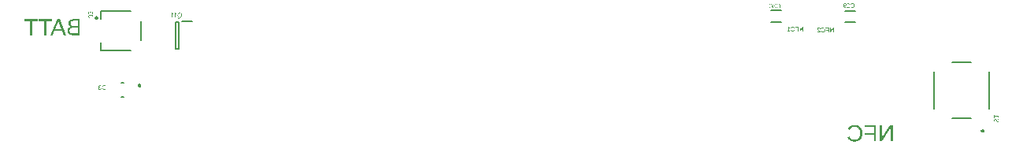
<source format=gbr>
G04 EAGLE Gerber RS-274X export*
G75*
%MOMM*%
%FSLAX34Y34*%
%LPD*%
%INSilkscreen Bottom*%
%IPPOS*%
%AMOC8*
5,1,8,0,0,1.08239X$1,22.5*%
G01*
G04 Define Apertures*
%ADD10C,0.127000*%
%ADD11C,0.200000*%
G36*
X253939Y154000D02*
X246922Y154000D01*
X246194Y154020D01*
X245507Y154080D01*
X244861Y154180D01*
X244256Y154321D01*
X243693Y154501D01*
X243170Y154721D01*
X242688Y154982D01*
X242248Y155282D01*
X241854Y155619D01*
X241512Y155987D01*
X241223Y156388D01*
X240987Y156820D01*
X240803Y157285D01*
X240731Y157529D01*
X240672Y157781D01*
X240626Y158042D01*
X240593Y158310D01*
X240573Y158586D01*
X240567Y158870D01*
X240584Y159294D01*
X240637Y159698D01*
X240724Y160084D01*
X240846Y160451D01*
X241003Y160800D01*
X241195Y161130D01*
X241422Y161442D01*
X241683Y161735D01*
X241841Y161880D01*
X241977Y162005D01*
X242300Y162247D01*
X242653Y162461D01*
X243036Y162647D01*
X243448Y162806D01*
X243889Y162937D01*
X244360Y163040D01*
X244861Y163115D01*
X244479Y163215D01*
X244120Y163336D01*
X243783Y163479D01*
X243468Y163643D01*
X243176Y163828D01*
X242905Y164035D01*
X242797Y164136D01*
X242657Y164264D01*
X242432Y164514D01*
X242230Y164782D01*
X242056Y165066D01*
X241908Y165365D01*
X241787Y165679D01*
X241694Y166009D01*
X241626Y166354D01*
X241586Y166714D01*
X241573Y167090D01*
X241579Y167348D01*
X241597Y167598D01*
X241668Y168073D01*
X241787Y168516D01*
X241953Y168926D01*
X242167Y169303D01*
X242428Y169647D01*
X242737Y169958D01*
X243094Y170237D01*
X243498Y170483D01*
X243950Y170696D01*
X244449Y170876D01*
X244996Y171023D01*
X245590Y171138D01*
X246232Y171220D01*
X246921Y171269D01*
X247658Y171286D01*
X253939Y171286D01*
X253939Y154000D01*
G37*
%LPC*%
G36*
X251596Y155877D02*
X251596Y162109D01*
X247228Y162109D01*
X246708Y162097D01*
X246222Y162061D01*
X245769Y162002D01*
X245350Y161918D01*
X244964Y161811D01*
X244612Y161680D01*
X244293Y161524D01*
X244008Y161346D01*
X243756Y161143D01*
X243538Y160916D01*
X243354Y160665D01*
X243203Y160391D01*
X243085Y160093D01*
X243002Y159770D01*
X242951Y159424D01*
X242935Y159054D01*
X242950Y158671D01*
X242996Y158312D01*
X243073Y157978D01*
X243180Y157668D01*
X243318Y157383D01*
X243487Y157122D01*
X243686Y156886D01*
X243916Y156674D01*
X244180Y156488D01*
X244480Y156326D01*
X244816Y156189D01*
X245189Y156076D01*
X245598Y155989D01*
X246044Y155927D01*
X246526Y155889D01*
X247044Y155877D01*
X251596Y155877D01*
G37*
G36*
X251596Y163937D02*
X251596Y169409D01*
X247658Y169409D01*
X247217Y169399D01*
X246804Y169371D01*
X246417Y169324D01*
X246057Y169258D01*
X245724Y169174D01*
X245417Y169071D01*
X245138Y168948D01*
X244885Y168808D01*
X244661Y168645D01*
X244467Y168457D01*
X244302Y168245D01*
X244167Y168007D01*
X244063Y167745D01*
X243988Y167457D01*
X243943Y167145D01*
X243928Y166808D01*
X243943Y166455D01*
X243986Y166125D01*
X244059Y165819D01*
X244160Y165537D01*
X244290Y165278D01*
X244449Y165042D01*
X244637Y164831D01*
X244854Y164643D01*
X245101Y164477D01*
X245377Y164334D01*
X245683Y164213D01*
X246018Y164113D01*
X246384Y164036D01*
X246779Y163981D01*
X247203Y163948D01*
X247658Y163937D01*
X251596Y163937D01*
G37*
%LPD*%
G36*
X224933Y154000D02*
X222541Y154000D01*
X229485Y171286D01*
X232147Y171286D01*
X239201Y154000D01*
X236772Y154000D01*
X234784Y159054D01*
X226908Y159054D01*
X224933Y154000D01*
G37*
%LPC*%
G36*
X234073Y160882D02*
X231865Y166563D01*
X231337Y168013D01*
X230957Y169176D01*
X230846Y169519D01*
X230515Y168501D01*
X230172Y167489D01*
X229828Y166587D01*
X227608Y160882D01*
X234073Y160882D01*
G37*
%LPD*%
G36*
X202529Y154000D02*
X200198Y154000D01*
X200198Y169372D01*
X194261Y169372D01*
X194261Y171286D01*
X208467Y171286D01*
X208467Y169372D01*
X202529Y169372D01*
X202529Y154000D01*
G37*
G36*
X217873Y154000D02*
X215542Y154000D01*
X215542Y169372D01*
X209604Y169372D01*
X209604Y171286D01*
X223811Y171286D01*
X223811Y169372D01*
X217873Y169372D01*
X217873Y154000D01*
G37*
G36*
X1116726Y40000D02*
X1113904Y40000D01*
X1113904Y57286D01*
X1116014Y57286D01*
X1116014Y45950D01*
X1116005Y45327D01*
X1115978Y44539D01*
X1115867Y42466D01*
X1125215Y57286D01*
X1127939Y57286D01*
X1127939Y40000D01*
X1125853Y40000D01*
X1125853Y51483D01*
X1125915Y53532D01*
X1125976Y54722D01*
X1116726Y40000D01*
G37*
G36*
X1086827Y39755D02*
X1086199Y39773D01*
X1085590Y39828D01*
X1085001Y39919D01*
X1084430Y40046D01*
X1083880Y40210D01*
X1083348Y40410D01*
X1082836Y40647D01*
X1082343Y40920D01*
X1081874Y41228D01*
X1081431Y41570D01*
X1081016Y41944D01*
X1080627Y42352D01*
X1080266Y42794D01*
X1079931Y43269D01*
X1079624Y43777D01*
X1079344Y44318D01*
X1081258Y45275D01*
X1081493Y44840D01*
X1081743Y44433D01*
X1082006Y44054D01*
X1082284Y43703D01*
X1082576Y43380D01*
X1082882Y43085D01*
X1083202Y42818D01*
X1083536Y42579D01*
X1083885Y42369D01*
X1084247Y42186D01*
X1084623Y42032D01*
X1085014Y41905D01*
X1085418Y41807D01*
X1085837Y41737D01*
X1086270Y41695D01*
X1086717Y41681D01*
X1087066Y41688D01*
X1087407Y41711D01*
X1087738Y41749D01*
X1088061Y41801D01*
X1088374Y41869D01*
X1088678Y41952D01*
X1088972Y42051D01*
X1089258Y42164D01*
X1089534Y42292D01*
X1089802Y42435D01*
X1090060Y42594D01*
X1090309Y42768D01*
X1090549Y42956D01*
X1090779Y43160D01*
X1091001Y43379D01*
X1091213Y43613D01*
X1091603Y44115D01*
X1091778Y44381D01*
X1091940Y44657D01*
X1092090Y44942D01*
X1092226Y45237D01*
X1092349Y45542D01*
X1092460Y45856D01*
X1092557Y46181D01*
X1092642Y46515D01*
X1092713Y46858D01*
X1092772Y47212D01*
X1092817Y47575D01*
X1092849Y47948D01*
X1092869Y48330D01*
X1092875Y48723D01*
X1092869Y49119D01*
X1092850Y49505D01*
X1092819Y49880D01*
X1092776Y50244D01*
X1092720Y50598D01*
X1092651Y50941D01*
X1092570Y51273D01*
X1092477Y51595D01*
X1092371Y51906D01*
X1092252Y52206D01*
X1092122Y52496D01*
X1091978Y52775D01*
X1091823Y53043D01*
X1091654Y53300D01*
X1091281Y53783D01*
X1091076Y54007D01*
X1090862Y54216D01*
X1090638Y54411D01*
X1090403Y54591D01*
X1090159Y54757D01*
X1089905Y54908D01*
X1089641Y55045D01*
X1089367Y55168D01*
X1089083Y55276D01*
X1088789Y55370D01*
X1088485Y55449D01*
X1088171Y55514D01*
X1087847Y55565D01*
X1087513Y55601D01*
X1087169Y55622D01*
X1086815Y55630D01*
X1086366Y55617D01*
X1085932Y55580D01*
X1085514Y55517D01*
X1085111Y55430D01*
X1084724Y55318D01*
X1084353Y55181D01*
X1083996Y55019D01*
X1083656Y54832D01*
X1083335Y54622D01*
X1083036Y54389D01*
X1082760Y54134D01*
X1082507Y53857D01*
X1082277Y53557D01*
X1082070Y53236D01*
X1081885Y52892D01*
X1081724Y52526D01*
X1079503Y53262D01*
X1079736Y53776D01*
X1080000Y54258D01*
X1080294Y54707D01*
X1080620Y55123D01*
X1080975Y55507D01*
X1081362Y55859D01*
X1081779Y56178D01*
X1082227Y56464D01*
X1082704Y56717D01*
X1083210Y56936D01*
X1083744Y57122D01*
X1084306Y57273D01*
X1084897Y57392D01*
X1085516Y57476D01*
X1086164Y57526D01*
X1086840Y57543D01*
X1087327Y57534D01*
X1087800Y57507D01*
X1088260Y57461D01*
X1088707Y57397D01*
X1089141Y57315D01*
X1089561Y57214D01*
X1089967Y57095D01*
X1090360Y56958D01*
X1090740Y56802D01*
X1091106Y56628D01*
X1091459Y56436D01*
X1091799Y56225D01*
X1092125Y55996D01*
X1092438Y55749D01*
X1092737Y55484D01*
X1093023Y55200D01*
X1093293Y54900D01*
X1093546Y54586D01*
X1093781Y54258D01*
X1093999Y53917D01*
X1094200Y53561D01*
X1094383Y53191D01*
X1094549Y52807D01*
X1094697Y52409D01*
X1094828Y51997D01*
X1094941Y51571D01*
X1095037Y51132D01*
X1095116Y50678D01*
X1095177Y50210D01*
X1095221Y49728D01*
X1095247Y49232D01*
X1095255Y48723D01*
X1095240Y48044D01*
X1095193Y47389D01*
X1095115Y46757D01*
X1095005Y46148D01*
X1094865Y45562D01*
X1094693Y45000D01*
X1094490Y44460D01*
X1094256Y43944D01*
X1093991Y43454D01*
X1093699Y42993D01*
X1093378Y42562D01*
X1093029Y42159D01*
X1092651Y41786D01*
X1092245Y41441D01*
X1091811Y41126D01*
X1091348Y40840D01*
X1090860Y40586D01*
X1090350Y40365D01*
X1089818Y40179D01*
X1089264Y40026D01*
X1088688Y39907D01*
X1088090Y39823D01*
X1087469Y39772D01*
X1086827Y39755D01*
G37*
G36*
X1109814Y40000D02*
X1107471Y40000D01*
X1107471Y47005D01*
X1097828Y47005D01*
X1097828Y48943D01*
X1107471Y48943D01*
X1107471Y55372D01*
X1097534Y55372D01*
X1097534Y57286D01*
X1109814Y57286D01*
X1109814Y40000D01*
G37*
G36*
X1076465Y183331D02*
X1076260Y183342D01*
X1076067Y183373D01*
X1075886Y183426D01*
X1075718Y183499D01*
X1075561Y183594D01*
X1075416Y183709D01*
X1075284Y183846D01*
X1075164Y184003D01*
X1075057Y184181D01*
X1074964Y184376D01*
X1074885Y184589D01*
X1074821Y184821D01*
X1074771Y185070D01*
X1074735Y185338D01*
X1074714Y185624D01*
X1074707Y185928D01*
X1074713Y186219D01*
X1074733Y186492D01*
X1074765Y186746D01*
X1074811Y186980D01*
X1074870Y187196D01*
X1074941Y187394D01*
X1075026Y187572D01*
X1075124Y187731D01*
X1075234Y187872D01*
X1075357Y187994D01*
X1075492Y188097D01*
X1075640Y188181D01*
X1075799Y188247D01*
X1075971Y188294D01*
X1076155Y188322D01*
X1076352Y188331D01*
X1076537Y188325D01*
X1076712Y188304D01*
X1076876Y188270D01*
X1077030Y188222D01*
X1077174Y188161D01*
X1077307Y188086D01*
X1077429Y187997D01*
X1077541Y187895D01*
X1077642Y187781D01*
X1077728Y187657D01*
X1077802Y187522D01*
X1077862Y187377D01*
X1077909Y187223D01*
X1077942Y187057D01*
X1077962Y186882D01*
X1077969Y186697D01*
X1077963Y186516D01*
X1077944Y186344D01*
X1077871Y186029D01*
X1077748Y185749D01*
X1077576Y185507D01*
X1077363Y185311D01*
X1077244Y185234D01*
X1077117Y185171D01*
X1076982Y185122D01*
X1076839Y185087D01*
X1076687Y185066D01*
X1076528Y185059D01*
X1076332Y185070D01*
X1076144Y185106D01*
X1075964Y185164D01*
X1075793Y185247D01*
X1075638Y185348D01*
X1075508Y185465D01*
X1075402Y185597D01*
X1075321Y185745D01*
X1075345Y185311D01*
X1075404Y184930D01*
X1075498Y184602D01*
X1075627Y184328D01*
X1075789Y184110D01*
X1075881Y184025D01*
X1075981Y183955D01*
X1076088Y183901D01*
X1076203Y183862D01*
X1076325Y183839D01*
X1076455Y183831D01*
X1076607Y183841D01*
X1076744Y183869D01*
X1076868Y183916D01*
X1076978Y183983D01*
X1077073Y184068D01*
X1077155Y184172D01*
X1077222Y184296D01*
X1077276Y184438D01*
X1077869Y184345D01*
X1077783Y184096D01*
X1077672Y183884D01*
X1077537Y183709D01*
X1077378Y183571D01*
X1077192Y183466D01*
X1076978Y183391D01*
X1076736Y183346D01*
X1076465Y183331D01*
G37*
%LPC*%
G36*
X1076379Y185548D02*
X1076589Y185568D01*
X1076775Y185626D01*
X1076939Y185722D01*
X1077079Y185857D01*
X1077192Y186025D01*
X1077273Y186221D01*
X1077322Y186445D01*
X1077338Y186697D01*
X1077322Y186944D01*
X1077273Y187164D01*
X1077192Y187357D01*
X1077079Y187523D01*
X1076938Y187656D01*
X1076773Y187752D01*
X1076585Y187809D01*
X1076372Y187828D01*
X1076158Y187806D01*
X1075966Y187739D01*
X1075798Y187627D01*
X1075652Y187471D01*
X1075534Y187278D01*
X1075450Y187057D01*
X1075399Y186807D01*
X1075383Y186528D01*
X1075391Y186389D01*
X1075416Y186257D01*
X1075457Y186133D01*
X1075515Y186017D01*
X1075588Y185912D01*
X1075673Y185819D01*
X1075770Y185738D01*
X1075879Y185671D01*
X1075997Y185617D01*
X1076120Y185579D01*
X1076247Y185556D01*
X1076379Y185548D01*
G37*
%LPD*%
G36*
X1084572Y183331D02*
X1084225Y183352D01*
X1083899Y183413D01*
X1083594Y183515D01*
X1083312Y183659D01*
X1083055Y183841D01*
X1082829Y184061D01*
X1082634Y184319D01*
X1082469Y184614D01*
X1083007Y184883D01*
X1083143Y184646D01*
X1083295Y184441D01*
X1083463Y184267D01*
X1083647Y184125D01*
X1083847Y184015D01*
X1084063Y183936D01*
X1084294Y183888D01*
X1084541Y183872D01*
X1084735Y183881D01*
X1084919Y183906D01*
X1085092Y183949D01*
X1085256Y184008D01*
X1085408Y184085D01*
X1085551Y184178D01*
X1085683Y184288D01*
X1085805Y184416D01*
X1085915Y184557D01*
X1086010Y184709D01*
X1086090Y184872D01*
X1086156Y185046D01*
X1086207Y185231D01*
X1086243Y185427D01*
X1086265Y185634D01*
X1086272Y185852D01*
X1086265Y186072D01*
X1086244Y186280D01*
X1086209Y186475D01*
X1086160Y186659D01*
X1086097Y186831D01*
X1086020Y186991D01*
X1085929Y187139D01*
X1085824Y187274D01*
X1085706Y187396D01*
X1085578Y187501D01*
X1085437Y187591D01*
X1085286Y187664D01*
X1085124Y187720D01*
X1084950Y187761D01*
X1084765Y187785D01*
X1084569Y187793D01*
X1084321Y187779D01*
X1084090Y187737D01*
X1083877Y187667D01*
X1083681Y187569D01*
X1083507Y187445D01*
X1083358Y187295D01*
X1083235Y187120D01*
X1083138Y186921D01*
X1082514Y187128D01*
X1082653Y187408D01*
X1082827Y187651D01*
X1083036Y187858D01*
X1083279Y188028D01*
X1083555Y188161D01*
X1083864Y188255D01*
X1084204Y188312D01*
X1084576Y188331D01*
X1084846Y188321D01*
X1085101Y188290D01*
X1085341Y188239D01*
X1085565Y188167D01*
X1085775Y188074D01*
X1085970Y187961D01*
X1086149Y187827D01*
X1086314Y187673D01*
X1086461Y187500D01*
X1086588Y187312D01*
X1086696Y187108D01*
X1086784Y186888D01*
X1086853Y186653D01*
X1086902Y186401D01*
X1086932Y186135D01*
X1086941Y185852D01*
X1086924Y185477D01*
X1086871Y185128D01*
X1086783Y184805D01*
X1086660Y184509D01*
X1086504Y184241D01*
X1086315Y184007D01*
X1086095Y183805D01*
X1085843Y183636D01*
X1085563Y183503D01*
X1085257Y183407D01*
X1084927Y183350D01*
X1084572Y183331D01*
G37*
G36*
X1081851Y183400D02*
X1078634Y183400D01*
X1078634Y183928D01*
X1081168Y183928D01*
X1081032Y184174D01*
X1080830Y184429D01*
X1080555Y184706D01*
X1080199Y185014D01*
X1079595Y185523D01*
X1079223Y185879D01*
X1079000Y186159D01*
X1078839Y186438D01*
X1078782Y186578D01*
X1078742Y186718D01*
X1078718Y186859D01*
X1078710Y187000D01*
X1078716Y187155D01*
X1078734Y187301D01*
X1078808Y187565D01*
X1078932Y187793D01*
X1079104Y187985D01*
X1079323Y188136D01*
X1079584Y188245D01*
X1079888Y188310D01*
X1080234Y188331D01*
X1080553Y188310D01*
X1080842Y188245D01*
X1081101Y188137D01*
X1081329Y187986D01*
X1081519Y187799D01*
X1081665Y187582D01*
X1081767Y187335D01*
X1081823Y187059D01*
X1081189Y187000D01*
X1081153Y187184D01*
X1081091Y187346D01*
X1081002Y187487D01*
X1080887Y187605D01*
X1080750Y187700D01*
X1080595Y187767D01*
X1080423Y187807D01*
X1080234Y187821D01*
X1080037Y187807D01*
X1079862Y187766D01*
X1079711Y187697D01*
X1079582Y187600D01*
X1079479Y187479D01*
X1079406Y187335D01*
X1079362Y187168D01*
X1079347Y186980D01*
X1079356Y186835D01*
X1079382Y186698D01*
X1079424Y186570D01*
X1079484Y186448D01*
X1079641Y186219D01*
X1079841Y186000D01*
X1080075Y185786D01*
X1080335Y185573D01*
X1080889Y185109D01*
X1081162Y184844D01*
X1081422Y184550D01*
X1081656Y184218D01*
X1081851Y183838D01*
X1081851Y183400D01*
G37*
G36*
X996645Y182931D02*
X996442Y182941D01*
X996251Y182971D01*
X996074Y183021D01*
X995909Y183091D01*
X995757Y183182D01*
X995618Y183292D01*
X995491Y183422D01*
X995377Y183572D01*
X995277Y183742D01*
X995190Y183929D01*
X995116Y184134D01*
X995055Y184358D01*
X995008Y184599D01*
X994975Y184859D01*
X994955Y185136D01*
X994948Y185431D01*
X994954Y185731D01*
X994974Y186012D01*
X995006Y186274D01*
X995050Y186517D01*
X995108Y186742D01*
X995178Y186947D01*
X995261Y187133D01*
X995357Y187300D01*
X995466Y187448D01*
X995589Y187576D01*
X995726Y187685D01*
X995878Y187774D01*
X996043Y187843D01*
X996223Y187892D01*
X996416Y187921D01*
X996624Y187931D01*
X996837Y187922D01*
X997036Y187892D01*
X997219Y187844D01*
X997388Y187775D01*
X997542Y187688D01*
X997682Y187580D01*
X997806Y187453D01*
X997916Y187307D01*
X998011Y187141D01*
X998094Y186956D01*
X998165Y186751D01*
X998222Y186526D01*
X998267Y186282D01*
X998299Y186018D01*
X998318Y185734D01*
X998324Y185431D01*
X998318Y185134D01*
X998298Y184856D01*
X998265Y184595D01*
X998219Y184354D01*
X998160Y184130D01*
X998087Y183925D01*
X998002Y183738D01*
X997903Y183569D01*
X997792Y183419D01*
X997667Y183290D01*
X997529Y183180D01*
X997378Y183091D01*
X997215Y183021D01*
X997038Y182971D01*
X996848Y182941D01*
X996645Y182931D01*
G37*
%LPC*%
G36*
X996638Y183438D02*
X996771Y183445D01*
X996895Y183468D01*
X997010Y183505D01*
X997115Y183558D01*
X997211Y183625D01*
X997298Y183708D01*
X997443Y183917D01*
X997554Y184192D01*
X997633Y184535D01*
X997681Y184949D01*
X997697Y185431D01*
X997681Y185926D01*
X997634Y186347D01*
X997556Y186692D01*
X997447Y186962D01*
X997379Y187071D01*
X997301Y187166D01*
X997214Y187246D01*
X997116Y187311D01*
X997008Y187362D01*
X996890Y187399D01*
X996762Y187421D01*
X996624Y187428D01*
X996489Y187420D01*
X996364Y187398D01*
X996249Y187361D01*
X996144Y187310D01*
X996049Y187243D01*
X995964Y187162D01*
X995888Y187066D01*
X995822Y186955D01*
X995716Y186683D01*
X995640Y186338D01*
X995594Y185921D01*
X995579Y185431D01*
X995595Y184957D01*
X995643Y184548D01*
X995723Y184205D01*
X995834Y183928D01*
X995980Y183713D01*
X996067Y183629D01*
X996163Y183560D01*
X996268Y183507D01*
X996382Y183469D01*
X996505Y183446D01*
X996638Y183438D01*
G37*
%LPD*%
G36*
X1004872Y182931D02*
X1004525Y182952D01*
X1004199Y183013D01*
X1003894Y183115D01*
X1003612Y183259D01*
X1003355Y183441D01*
X1003129Y183661D01*
X1002934Y183919D01*
X1002769Y184214D01*
X1003307Y184483D01*
X1003443Y184246D01*
X1003595Y184041D01*
X1003763Y183867D01*
X1003947Y183725D01*
X1004147Y183615D01*
X1004363Y183536D01*
X1004594Y183488D01*
X1004841Y183472D01*
X1005035Y183481D01*
X1005219Y183506D01*
X1005392Y183549D01*
X1005556Y183608D01*
X1005708Y183685D01*
X1005851Y183778D01*
X1005983Y183888D01*
X1006105Y184016D01*
X1006215Y184157D01*
X1006310Y184309D01*
X1006390Y184472D01*
X1006456Y184646D01*
X1006507Y184831D01*
X1006543Y185027D01*
X1006565Y185234D01*
X1006572Y185452D01*
X1006565Y185672D01*
X1006544Y185880D01*
X1006509Y186075D01*
X1006460Y186259D01*
X1006397Y186431D01*
X1006320Y186591D01*
X1006229Y186739D01*
X1006124Y186874D01*
X1006006Y186996D01*
X1005878Y187101D01*
X1005737Y187191D01*
X1005586Y187264D01*
X1005424Y187320D01*
X1005250Y187361D01*
X1005065Y187385D01*
X1004869Y187393D01*
X1004621Y187379D01*
X1004390Y187337D01*
X1004177Y187267D01*
X1003981Y187169D01*
X1003807Y187045D01*
X1003658Y186895D01*
X1003535Y186720D01*
X1003438Y186521D01*
X1002814Y186728D01*
X1002953Y187008D01*
X1003127Y187251D01*
X1003336Y187458D01*
X1003579Y187628D01*
X1003855Y187761D01*
X1004164Y187855D01*
X1004504Y187912D01*
X1004876Y187931D01*
X1005146Y187921D01*
X1005401Y187890D01*
X1005641Y187839D01*
X1005865Y187767D01*
X1006075Y187674D01*
X1006270Y187561D01*
X1006449Y187427D01*
X1006614Y187273D01*
X1006761Y187100D01*
X1006888Y186912D01*
X1006996Y186708D01*
X1007084Y186488D01*
X1007153Y186253D01*
X1007202Y186001D01*
X1007232Y185735D01*
X1007241Y185452D01*
X1007224Y185077D01*
X1007171Y184728D01*
X1007083Y184405D01*
X1006960Y184109D01*
X1006804Y183841D01*
X1006615Y183607D01*
X1006395Y183405D01*
X1006143Y183236D01*
X1005863Y183103D01*
X1005557Y183007D01*
X1005227Y182950D01*
X1004872Y182931D01*
G37*
G36*
X1000537Y182931D02*
X1000163Y182954D01*
X999835Y183023D01*
X999553Y183139D01*
X999316Y183300D01*
X999129Y183503D01*
X999056Y183619D01*
X998996Y183745D01*
X998949Y183880D01*
X998916Y184024D01*
X998896Y184178D01*
X998889Y184341D01*
X998908Y184564D01*
X998965Y184767D01*
X999060Y184951D01*
X999192Y185114D01*
X999359Y185252D01*
X999556Y185359D01*
X999783Y185435D01*
X1000041Y185479D01*
X1000041Y185493D01*
X999807Y185557D01*
X999603Y185644D01*
X999429Y185754D01*
X999284Y185888D01*
X999170Y186045D01*
X999088Y186223D01*
X999040Y186423D01*
X999023Y186645D01*
X999030Y186793D01*
X999049Y186932D01*
X999125Y187185D01*
X999251Y187405D01*
X999429Y187592D01*
X999651Y187740D01*
X999915Y187846D01*
X1000220Y187910D01*
X1000565Y187931D01*
X1000884Y187910D01*
X1001173Y187848D01*
X1001432Y187743D01*
X1001660Y187597D01*
X1001850Y187413D01*
X1001996Y187197D01*
X1002098Y186948D01*
X1002155Y186666D01*
X1001530Y186617D01*
X1001496Y186798D01*
X1001436Y186957D01*
X1001349Y187095D01*
X1001236Y187211D01*
X1001099Y187303D01*
X1000943Y187368D01*
X1000767Y187408D01*
X1000572Y187421D01*
X1000360Y187407D01*
X1000176Y187364D01*
X1000019Y187294D01*
X999891Y187195D01*
X999790Y187072D01*
X999719Y186928D01*
X999676Y186764D01*
X999661Y186580D01*
X999679Y186394D01*
X999732Y186229D01*
X999819Y186086D01*
X999942Y185964D01*
X1000097Y185867D01*
X1000281Y185797D01*
X1000493Y185755D01*
X1000734Y185742D01*
X1001072Y185742D01*
X1001072Y185204D01*
X1000720Y185204D01*
X1000449Y185190D01*
X1000212Y185148D01*
X1000008Y185078D01*
X999839Y184981D01*
X999705Y184859D01*
X999610Y184715D01*
X999553Y184550D01*
X999534Y184362D01*
X999550Y184149D01*
X999601Y183963D01*
X999684Y183805D01*
X999801Y183676D01*
X999947Y183575D01*
X1000119Y183503D01*
X1000315Y183459D01*
X1000537Y183445D01*
X1000758Y183458D01*
X1000954Y183499D01*
X1001124Y183566D01*
X1001269Y183660D01*
X1001389Y183782D01*
X1001483Y183930D01*
X1001552Y184105D01*
X1001596Y184307D01*
X1002237Y184248D01*
X1002174Y183942D01*
X1002065Y183676D01*
X1001912Y183450D01*
X1001715Y183264D01*
X1001476Y183118D01*
X1001201Y183014D01*
X1000888Y182952D01*
X1000537Y182931D01*
G37*
G36*
X281921Y95500D02*
X280103Y95500D01*
X279762Y95519D01*
X279441Y95575D01*
X279141Y95669D01*
X278862Y95800D01*
X278608Y95967D01*
X278385Y96166D01*
X278193Y96398D01*
X278031Y96664D01*
X277903Y96958D01*
X277811Y97275D01*
X277756Y97615D01*
X277738Y97979D01*
X277748Y98257D01*
X277780Y98518D01*
X277832Y98762D01*
X277905Y98990D01*
X278000Y99202D01*
X278115Y99398D01*
X278251Y99577D01*
X278408Y99740D01*
X278585Y99885D01*
X278779Y100011D01*
X278991Y100117D01*
X279220Y100204D01*
X279467Y100272D01*
X279732Y100320D01*
X280014Y100349D01*
X280314Y100359D01*
X281921Y100359D01*
X281921Y95500D01*
G37*
%LPC*%
G36*
X281262Y96028D02*
X281262Y99831D01*
X280327Y99831D01*
X280100Y99824D01*
X279886Y99802D01*
X279686Y99765D01*
X279500Y99713D01*
X279328Y99646D01*
X279170Y99565D01*
X279025Y99468D01*
X278895Y99357D01*
X278779Y99232D01*
X278678Y99093D01*
X278593Y98941D01*
X278523Y98776D01*
X278469Y98597D01*
X278431Y98404D01*
X278408Y98199D01*
X278400Y97979D01*
X278413Y97689D01*
X278454Y97419D01*
X278522Y97169D01*
X278617Y96938D01*
X278737Y96730D01*
X278881Y96548D01*
X279049Y96392D01*
X279239Y96262D01*
X279450Y96160D01*
X279677Y96086D01*
X279920Y96042D01*
X280179Y96028D01*
X281262Y96028D01*
G37*
%LPD*%
G36*
X275437Y95431D02*
X275063Y95454D01*
X274735Y95523D01*
X274453Y95639D01*
X274216Y95800D01*
X274029Y96003D01*
X273956Y96119D01*
X273896Y96245D01*
X273849Y96380D01*
X273816Y96524D01*
X273796Y96678D01*
X273789Y96841D01*
X273808Y97064D01*
X273865Y97267D01*
X273960Y97451D01*
X274092Y97614D01*
X274259Y97752D01*
X274456Y97859D01*
X274683Y97935D01*
X274941Y97979D01*
X274941Y97993D01*
X274707Y98057D01*
X274503Y98144D01*
X274329Y98254D01*
X274184Y98388D01*
X274070Y98545D01*
X273988Y98723D01*
X273940Y98923D01*
X273923Y99145D01*
X273930Y99293D01*
X273949Y99432D01*
X274025Y99685D01*
X274151Y99905D01*
X274329Y100092D01*
X274551Y100240D01*
X274815Y100346D01*
X275120Y100410D01*
X275465Y100431D01*
X275784Y100410D01*
X276073Y100348D01*
X276332Y100243D01*
X276560Y100097D01*
X276750Y99913D01*
X276896Y99697D01*
X276998Y99448D01*
X277055Y99166D01*
X276430Y99117D01*
X276396Y99298D01*
X276336Y99457D01*
X276249Y99595D01*
X276136Y99711D01*
X275999Y99803D01*
X275843Y99868D01*
X275667Y99908D01*
X275472Y99921D01*
X275260Y99907D01*
X275076Y99864D01*
X274919Y99794D01*
X274791Y99695D01*
X274690Y99572D01*
X274619Y99428D01*
X274576Y99264D01*
X274561Y99080D01*
X274579Y98894D01*
X274632Y98729D01*
X274719Y98586D01*
X274842Y98464D01*
X274997Y98367D01*
X275181Y98297D01*
X275393Y98255D01*
X275634Y98242D01*
X275972Y98242D01*
X275972Y97704D01*
X275620Y97704D01*
X275349Y97690D01*
X275112Y97648D01*
X274908Y97578D01*
X274739Y97481D01*
X274605Y97359D01*
X274510Y97215D01*
X274453Y97050D01*
X274434Y96862D01*
X274450Y96649D01*
X274501Y96463D01*
X274584Y96305D01*
X274701Y96176D01*
X274847Y96075D01*
X275019Y96003D01*
X275215Y95959D01*
X275437Y95945D01*
X275658Y95958D01*
X275854Y95999D01*
X276024Y96066D01*
X276169Y96160D01*
X276289Y96282D01*
X276383Y96430D01*
X276452Y96605D01*
X276496Y96807D01*
X277137Y96748D01*
X277074Y96442D01*
X276965Y96176D01*
X276812Y95950D01*
X276615Y95764D01*
X276376Y95618D01*
X276101Y95514D01*
X275788Y95452D01*
X275437Y95431D01*
G37*
G36*
X264148Y176181D02*
X263842Y176245D01*
X263576Y176353D01*
X263350Y176506D01*
X263164Y176704D01*
X263018Y176942D01*
X262914Y177218D01*
X262852Y177531D01*
X262831Y177881D01*
X262854Y178255D01*
X262923Y178583D01*
X263039Y178865D01*
X263200Y179102D01*
X263403Y179289D01*
X263519Y179363D01*
X263645Y179423D01*
X263780Y179470D01*
X263924Y179503D01*
X264078Y179523D01*
X264241Y179530D01*
X264464Y179511D01*
X264667Y179454D01*
X264851Y179359D01*
X265014Y179226D01*
X265152Y179059D01*
X265259Y178862D01*
X265335Y178635D01*
X265379Y178378D01*
X265393Y178378D01*
X265457Y178611D01*
X265544Y178815D01*
X265654Y178990D01*
X265788Y179135D01*
X265945Y179249D01*
X266123Y179330D01*
X266323Y179379D01*
X266545Y179395D01*
X266693Y179389D01*
X266832Y179370D01*
X267085Y179294D01*
X267305Y179167D01*
X267492Y178990D01*
X267640Y178767D01*
X267746Y178503D01*
X267810Y178199D01*
X267831Y177854D01*
X267810Y177534D01*
X267748Y177246D01*
X267643Y176987D01*
X267497Y176759D01*
X267313Y176568D01*
X267097Y176422D01*
X266848Y176321D01*
X266566Y176264D01*
X266517Y176888D01*
X266698Y176922D01*
X266857Y176983D01*
X266995Y177070D01*
X267111Y177183D01*
X267203Y177320D01*
X267268Y177476D01*
X267308Y177652D01*
X267321Y177847D01*
X267307Y178059D01*
X267264Y178243D01*
X267194Y178399D01*
X267095Y178528D01*
X266972Y178628D01*
X266828Y178700D01*
X266664Y178743D01*
X266480Y178757D01*
X266294Y178740D01*
X266129Y178687D01*
X265986Y178599D01*
X265864Y178476D01*
X265767Y178321D01*
X265697Y178138D01*
X265655Y177926D01*
X265642Y177685D01*
X265642Y177347D01*
X265104Y177347D01*
X265104Y177699D01*
X265090Y177970D01*
X265048Y178207D01*
X264978Y178410D01*
X264881Y178580D01*
X264759Y178713D01*
X264615Y178809D01*
X264450Y178866D01*
X264262Y178885D01*
X264049Y178868D01*
X263863Y178818D01*
X263705Y178735D01*
X263576Y178618D01*
X263475Y178471D01*
X263403Y178300D01*
X263359Y178103D01*
X263345Y177881D01*
X263358Y177660D01*
X263399Y177465D01*
X263466Y177294D01*
X263560Y177149D01*
X263682Y177030D01*
X263830Y176935D01*
X264005Y176866D01*
X264207Y176823D01*
X264148Y176181D01*
G37*
G36*
X264107Y172491D02*
X263808Y172565D01*
X263549Y172670D01*
X263329Y172806D01*
X263150Y172973D01*
X263010Y173172D01*
X262911Y173402D01*
X262851Y173664D01*
X262831Y173957D01*
X262837Y174119D01*
X262856Y174272D01*
X262888Y174416D01*
X262932Y174552D01*
X263059Y174796D01*
X263236Y175005D01*
X263458Y175173D01*
X263717Y175292D01*
X264014Y175364D01*
X264176Y175382D01*
X264348Y175388D01*
X267759Y175388D01*
X267759Y173798D01*
X267221Y173798D01*
X267221Y174733D01*
X264335Y174733D01*
X264111Y174720D01*
X263916Y174681D01*
X263750Y174617D01*
X263612Y174526D01*
X263504Y174413D01*
X263427Y174281D01*
X263381Y174130D01*
X263366Y173960D01*
X263380Y173804D01*
X263422Y173660D01*
X263492Y173531D01*
X263590Y173416D01*
X263713Y173317D01*
X263858Y173237D01*
X264025Y173177D01*
X264214Y173136D01*
X264107Y172491D01*
G37*
G36*
X1028669Y158200D02*
X1027876Y158200D01*
X1027876Y163059D01*
X1028469Y163059D01*
X1028469Y159873D01*
X1028458Y159476D01*
X1028427Y158893D01*
X1031055Y163059D01*
X1031821Y163059D01*
X1031821Y158200D01*
X1031234Y158200D01*
X1031234Y161428D01*
X1031252Y162004D01*
X1031269Y162338D01*
X1028669Y158200D01*
G37*
G36*
X1020266Y158131D02*
X1019918Y158152D01*
X1019592Y158213D01*
X1019288Y158315D01*
X1019006Y158459D01*
X1018749Y158641D01*
X1018523Y158861D01*
X1018328Y159119D01*
X1018162Y159414D01*
X1018700Y159683D01*
X1018837Y159446D01*
X1018989Y159241D01*
X1019157Y159067D01*
X1019341Y158925D01*
X1019541Y158815D01*
X1019756Y158736D01*
X1019988Y158688D01*
X1020235Y158672D01*
X1020429Y158681D01*
X1020613Y158706D01*
X1020786Y158749D01*
X1020949Y158808D01*
X1021102Y158885D01*
X1021245Y158978D01*
X1021377Y159088D01*
X1021499Y159216D01*
X1021608Y159357D01*
X1021703Y159509D01*
X1021784Y159672D01*
X1021849Y159846D01*
X1021900Y160031D01*
X1021937Y160227D01*
X1021959Y160434D01*
X1021966Y160652D01*
X1021959Y160872D01*
X1021938Y161080D01*
X1021903Y161275D01*
X1021854Y161459D01*
X1021791Y161631D01*
X1021714Y161791D01*
X1021623Y161939D01*
X1021518Y162074D01*
X1021400Y162196D01*
X1021271Y162301D01*
X1021131Y162391D01*
X1020980Y162464D01*
X1020817Y162520D01*
X1020644Y162561D01*
X1020459Y162585D01*
X1020263Y162593D01*
X1020014Y162579D01*
X1019784Y162537D01*
X1019570Y162467D01*
X1019375Y162369D01*
X1019200Y162245D01*
X1019052Y162095D01*
X1018929Y161920D01*
X1018831Y161721D01*
X1018207Y161928D01*
X1018347Y162208D01*
X1018521Y162451D01*
X1018730Y162658D01*
X1018973Y162828D01*
X1019249Y162961D01*
X1019557Y163055D01*
X1019897Y163112D01*
X1020269Y163131D01*
X1020540Y163121D01*
X1020795Y163090D01*
X1021034Y163039D01*
X1021259Y162967D01*
X1021469Y162874D01*
X1021664Y162761D01*
X1021843Y162627D01*
X1022008Y162473D01*
X1022155Y162300D01*
X1022282Y162112D01*
X1022390Y161908D01*
X1022478Y161688D01*
X1022547Y161453D01*
X1022596Y161201D01*
X1022625Y160935D01*
X1022635Y160652D01*
X1022618Y160277D01*
X1022565Y159928D01*
X1022477Y159605D01*
X1022354Y159309D01*
X1022198Y159041D01*
X1022009Y158807D01*
X1021789Y158605D01*
X1021537Y158436D01*
X1021256Y158303D01*
X1020951Y158207D01*
X1020621Y158150D01*
X1020266Y158131D01*
G37*
G36*
X1026727Y158200D02*
X1026068Y158200D01*
X1026068Y160169D01*
X1023358Y160169D01*
X1023358Y160714D01*
X1026068Y160714D01*
X1026068Y162521D01*
X1023275Y162521D01*
X1023275Y163059D01*
X1026727Y163059D01*
X1026727Y158200D01*
G37*
G36*
X1017362Y158200D02*
X1014317Y158200D01*
X1014317Y158728D01*
X1015500Y158728D01*
X1015500Y163059D01*
X1016072Y163059D01*
X1017221Y162269D01*
X1017221Y161683D01*
X1016124Y162466D01*
X1016124Y158728D01*
X1017362Y158728D01*
X1017362Y158200D01*
G37*
G36*
X1061169Y157200D02*
X1060376Y157200D01*
X1060376Y162059D01*
X1060969Y162059D01*
X1060969Y158873D01*
X1060958Y158476D01*
X1060927Y157893D01*
X1063555Y162059D01*
X1064321Y162059D01*
X1064321Y157200D01*
X1063734Y157200D01*
X1063734Y160428D01*
X1063752Y161004D01*
X1063769Y161338D01*
X1061169Y157200D01*
G37*
G36*
X1052766Y157131D02*
X1052418Y157152D01*
X1052092Y157213D01*
X1051788Y157315D01*
X1051506Y157459D01*
X1051249Y157641D01*
X1051023Y157861D01*
X1050828Y158119D01*
X1050662Y158414D01*
X1051200Y158683D01*
X1051337Y158446D01*
X1051489Y158241D01*
X1051657Y158067D01*
X1051841Y157925D01*
X1052041Y157815D01*
X1052256Y157736D01*
X1052488Y157688D01*
X1052735Y157672D01*
X1052929Y157681D01*
X1053113Y157706D01*
X1053286Y157749D01*
X1053449Y157808D01*
X1053602Y157885D01*
X1053745Y157978D01*
X1053877Y158088D01*
X1053999Y158216D01*
X1054108Y158357D01*
X1054203Y158509D01*
X1054284Y158672D01*
X1054349Y158846D01*
X1054400Y159031D01*
X1054437Y159227D01*
X1054459Y159434D01*
X1054466Y159652D01*
X1054459Y159872D01*
X1054438Y160080D01*
X1054403Y160275D01*
X1054354Y160459D01*
X1054291Y160631D01*
X1054214Y160791D01*
X1054123Y160939D01*
X1054018Y161074D01*
X1053900Y161196D01*
X1053771Y161301D01*
X1053631Y161391D01*
X1053480Y161464D01*
X1053317Y161520D01*
X1053144Y161561D01*
X1052959Y161585D01*
X1052763Y161593D01*
X1052514Y161579D01*
X1052284Y161537D01*
X1052070Y161467D01*
X1051875Y161369D01*
X1051700Y161245D01*
X1051552Y161095D01*
X1051429Y160920D01*
X1051331Y160721D01*
X1050707Y160928D01*
X1050847Y161208D01*
X1051021Y161451D01*
X1051230Y161658D01*
X1051473Y161828D01*
X1051749Y161961D01*
X1052057Y162055D01*
X1052397Y162112D01*
X1052769Y162131D01*
X1053040Y162121D01*
X1053295Y162090D01*
X1053534Y162039D01*
X1053759Y161967D01*
X1053969Y161874D01*
X1054164Y161761D01*
X1054343Y161627D01*
X1054508Y161473D01*
X1054655Y161300D01*
X1054782Y161112D01*
X1054890Y160908D01*
X1054978Y160688D01*
X1055047Y160453D01*
X1055096Y160201D01*
X1055125Y159935D01*
X1055135Y159652D01*
X1055118Y159277D01*
X1055065Y158928D01*
X1054977Y158605D01*
X1054854Y158309D01*
X1054698Y158041D01*
X1054509Y157807D01*
X1054289Y157605D01*
X1054037Y157436D01*
X1053756Y157303D01*
X1053451Y157207D01*
X1053121Y157150D01*
X1052766Y157131D01*
G37*
G36*
X1059227Y157200D02*
X1058568Y157200D01*
X1058568Y159169D01*
X1055858Y159169D01*
X1055858Y159714D01*
X1058568Y159714D01*
X1058568Y161521D01*
X1055775Y161521D01*
X1055775Y162059D01*
X1059227Y162059D01*
X1059227Y157200D01*
G37*
G36*
X1050045Y157200D02*
X1046827Y157200D01*
X1046827Y157728D01*
X1049362Y157728D01*
X1049226Y157974D01*
X1049024Y158229D01*
X1048749Y158506D01*
X1048393Y158814D01*
X1047789Y159323D01*
X1047417Y159679D01*
X1047193Y159959D01*
X1047033Y160238D01*
X1046976Y160378D01*
X1046936Y160518D01*
X1046911Y160659D01*
X1046903Y160800D01*
X1046909Y160955D01*
X1046928Y161101D01*
X1047002Y161365D01*
X1047125Y161593D01*
X1047298Y161785D01*
X1047517Y161936D01*
X1047778Y162045D01*
X1048081Y162110D01*
X1048427Y162131D01*
X1048747Y162110D01*
X1049036Y162045D01*
X1049294Y161937D01*
X1049522Y161786D01*
X1049713Y161599D01*
X1049859Y161382D01*
X1049960Y161135D01*
X1050017Y160859D01*
X1049383Y160800D01*
X1049347Y160984D01*
X1049285Y161146D01*
X1049196Y161287D01*
X1049081Y161405D01*
X1048944Y161500D01*
X1048789Y161567D01*
X1048617Y161607D01*
X1048427Y161621D01*
X1048230Y161607D01*
X1048056Y161566D01*
X1047904Y161497D01*
X1047776Y161400D01*
X1047673Y161279D01*
X1047600Y161135D01*
X1047556Y160968D01*
X1047541Y160780D01*
X1047550Y160635D01*
X1047575Y160498D01*
X1047618Y160370D01*
X1047677Y160248D01*
X1047835Y160019D01*
X1048034Y159800D01*
X1048268Y159586D01*
X1048529Y159373D01*
X1049083Y158909D01*
X1049356Y158644D01*
X1049616Y158350D01*
X1049850Y158018D01*
X1050045Y157638D01*
X1050045Y157200D01*
G37*
G36*
X360178Y171665D02*
X359878Y171684D01*
X359564Y171741D01*
X359564Y172203D01*
X359766Y172170D01*
X359960Y172159D01*
X360129Y172171D01*
X360282Y172207D01*
X360419Y172267D01*
X360541Y172352D01*
X360651Y172463D01*
X360749Y172605D01*
X360836Y172777D01*
X360912Y172979D01*
X360688Y173018D01*
X360477Y173073D01*
X360278Y173146D01*
X360092Y173235D01*
X359919Y173342D01*
X359758Y173465D01*
X359610Y173605D01*
X359474Y173762D01*
X359353Y173933D01*
X359248Y174116D01*
X359159Y174310D01*
X359086Y174516D01*
X359030Y174733D01*
X358989Y174961D01*
X358965Y175201D01*
X358957Y175452D01*
X358975Y175822D01*
X359029Y176167D01*
X359119Y176486D01*
X359245Y176780D01*
X359405Y177044D01*
X359597Y177275D01*
X359821Y177472D01*
X360078Y177636D01*
X360362Y177765D01*
X360672Y177858D01*
X361006Y177913D01*
X361364Y177931D01*
X361641Y177921D01*
X361902Y177890D01*
X362147Y177839D01*
X362377Y177767D01*
X362591Y177675D01*
X362790Y177562D01*
X362973Y177428D01*
X363140Y177274D01*
X363289Y177102D01*
X363419Y176914D01*
X363529Y176710D01*
X363618Y176490D01*
X363688Y176255D01*
X363738Y176003D01*
X363768Y175735D01*
X363778Y175452D01*
X363762Y175096D01*
X363713Y174762D01*
X363631Y174450D01*
X363518Y174160D01*
X363373Y173897D01*
X363199Y173665D01*
X362995Y173463D01*
X362762Y173291D01*
X362503Y173153D01*
X362220Y173049D01*
X361914Y172979D01*
X361585Y172945D01*
X361470Y172625D01*
X361340Y172354D01*
X361195Y172132D01*
X361035Y171960D01*
X360855Y171831D01*
X360652Y171739D01*
X360426Y171684D01*
X360178Y171665D01*
G37*
%LPC*%
G36*
X361371Y173466D02*
X361570Y173474D01*
X361757Y173499D01*
X361934Y173541D01*
X362099Y173600D01*
X362253Y173675D01*
X362396Y173767D01*
X362528Y173876D01*
X362648Y174002D01*
X362756Y174142D01*
X362850Y174294D01*
X362929Y174457D01*
X362994Y174632D01*
X363044Y174820D01*
X363080Y175019D01*
X363102Y175229D01*
X363109Y175452D01*
X363102Y175676D01*
X363080Y175887D01*
X363045Y176085D01*
X362995Y176270D01*
X362931Y176443D01*
X362853Y176602D01*
X362760Y176749D01*
X362654Y176883D01*
X362534Y177003D01*
X362402Y177106D01*
X362259Y177194D01*
X362104Y177266D01*
X361936Y177322D01*
X361757Y177361D01*
X361567Y177385D01*
X361364Y177393D01*
X361163Y177385D01*
X360973Y177361D01*
X360796Y177321D01*
X360630Y177264D01*
X360476Y177191D01*
X360333Y177102D01*
X360202Y176997D01*
X360083Y176876D01*
X359977Y176741D01*
X359884Y176593D01*
X359806Y176433D01*
X359743Y176261D01*
X359693Y176077D01*
X359658Y175881D01*
X359636Y175673D01*
X359629Y175452D01*
X359636Y175221D01*
X359657Y175005D01*
X359693Y174801D01*
X359742Y174611D01*
X359805Y174434D01*
X359882Y174271D01*
X359974Y174121D01*
X360079Y173985D01*
X360198Y173863D01*
X360329Y173757D01*
X360472Y173668D01*
X360627Y173595D01*
X360795Y173539D01*
X360975Y173498D01*
X361167Y173474D01*
X361371Y173466D01*
G37*
%LPD*%
G36*
X354699Y173000D02*
X351654Y173000D01*
X351654Y173528D01*
X352837Y173528D01*
X352837Y177859D01*
X353410Y177859D01*
X354558Y177069D01*
X354558Y176483D01*
X353461Y177266D01*
X353461Y173528D01*
X354699Y173528D01*
X354699Y173000D01*
G37*
G36*
X358106Y173000D02*
X355061Y173000D01*
X355061Y173528D01*
X356243Y173528D01*
X356243Y177859D01*
X356816Y177859D01*
X357964Y177069D01*
X357964Y176483D01*
X356868Y177266D01*
X356868Y173528D01*
X358106Y173528D01*
X358106Y173000D01*
G37*
G36*
X1238059Y60277D02*
X1237770Y60371D01*
X1237519Y60512D01*
X1237307Y60699D01*
X1237133Y60933D01*
X1236998Y61214D01*
X1236902Y61541D01*
X1236844Y61915D01*
X1236825Y62336D01*
X1236848Y62787D01*
X1236876Y62992D01*
X1236917Y63184D01*
X1236969Y63362D01*
X1237032Y63527D01*
X1237107Y63679D01*
X1237194Y63817D01*
X1237291Y63940D01*
X1237397Y64047D01*
X1237513Y64138D01*
X1237638Y64212D01*
X1237773Y64269D01*
X1237918Y64310D01*
X1238072Y64335D01*
X1238235Y64343D01*
X1238483Y64324D01*
X1238697Y64269D01*
X1238881Y64180D01*
X1239038Y64064D01*
X1239172Y63921D01*
X1239283Y63755D01*
X1239377Y63571D01*
X1239457Y63374D01*
X1239585Y62948D01*
X1239690Y62501D01*
X1239827Y61944D01*
X1239940Y61608D01*
X1240053Y61410D01*
X1240189Y61265D01*
X1240267Y61213D01*
X1240354Y61176D01*
X1240452Y61154D01*
X1240559Y61146D01*
X1240739Y61165D01*
X1240895Y61223D01*
X1241027Y61319D01*
X1241135Y61453D01*
X1241220Y61624D01*
X1241280Y61829D01*
X1241316Y62069D01*
X1241328Y62343D01*
X1241317Y62594D01*
X1241285Y62816D01*
X1241230Y63009D01*
X1241154Y63174D01*
X1241054Y63312D01*
X1240927Y63426D01*
X1240774Y63515D01*
X1240594Y63581D01*
X1240708Y64229D01*
X1240990Y64125D01*
X1241229Y63988D01*
X1241422Y63818D01*
X1241571Y63615D01*
X1241682Y63372D01*
X1241761Y63080D01*
X1241809Y62739D01*
X1241825Y62350D01*
X1241804Y61931D01*
X1241740Y61563D01*
X1241635Y61247D01*
X1241487Y60982D01*
X1241398Y60870D01*
X1241300Y60773D01*
X1241193Y60691D01*
X1241077Y60624D01*
X1240953Y60572D01*
X1240819Y60535D01*
X1240676Y60512D01*
X1240525Y60505D01*
X1240268Y60528D01*
X1240042Y60596D01*
X1239845Y60708D01*
X1239675Y60860D01*
X1239525Y61064D01*
X1239390Y61331D01*
X1239263Y61698D01*
X1239135Y62205D01*
X1238994Y62808D01*
X1238920Y63062D01*
X1238832Y63277D01*
X1238722Y63452D01*
X1238587Y63583D01*
X1238507Y63630D01*
X1238416Y63664D01*
X1238314Y63684D01*
X1238200Y63691D01*
X1238001Y63670D01*
X1237828Y63605D01*
X1237680Y63496D01*
X1237557Y63345D01*
X1237462Y63153D01*
X1237393Y62925D01*
X1237352Y62661D01*
X1237338Y62360D01*
X1237351Y62068D01*
X1237390Y61807D01*
X1237454Y61580D01*
X1237544Y61384D01*
X1237661Y61220D01*
X1237807Y61088D01*
X1237982Y60986D01*
X1238187Y60915D01*
X1238059Y60277D01*
G37*
G36*
X1237421Y65182D02*
X1236894Y65182D01*
X1236894Y68227D01*
X1237421Y68227D01*
X1237421Y67044D01*
X1241752Y67044D01*
X1241752Y66472D01*
X1240963Y65323D01*
X1240376Y65323D01*
X1241159Y66420D01*
X1237421Y66420D01*
X1237421Y65182D01*
G37*
D10*
X1076900Y180386D02*
X1087900Y180386D01*
X1087900Y167814D02*
X1076900Y167814D01*
X1007800Y168014D02*
X996800Y168014D01*
X996800Y180586D02*
X1007800Y180586D01*
X301300Y102500D02*
X298700Y102500D01*
X298700Y87500D02*
X301300Y87500D01*
D11*
X317000Y100000D02*
X317002Y100063D01*
X317008Y100125D01*
X317018Y100187D01*
X317031Y100249D01*
X317049Y100309D01*
X317070Y100368D01*
X317095Y100426D01*
X317124Y100482D01*
X317156Y100536D01*
X317191Y100588D01*
X317229Y100637D01*
X317271Y100685D01*
X317315Y100729D01*
X317363Y100771D01*
X317412Y100809D01*
X317464Y100844D01*
X317518Y100876D01*
X317574Y100905D01*
X317632Y100930D01*
X317691Y100951D01*
X317751Y100969D01*
X317813Y100982D01*
X317875Y100992D01*
X317937Y100998D01*
X318000Y101000D01*
X318063Y100998D01*
X318125Y100992D01*
X318187Y100982D01*
X318249Y100969D01*
X318309Y100951D01*
X318368Y100930D01*
X318426Y100905D01*
X318482Y100876D01*
X318536Y100844D01*
X318588Y100809D01*
X318637Y100771D01*
X318685Y100729D01*
X318729Y100685D01*
X318771Y100637D01*
X318809Y100588D01*
X318844Y100536D01*
X318876Y100482D01*
X318905Y100426D01*
X318930Y100368D01*
X318951Y100309D01*
X318969Y100249D01*
X318982Y100187D01*
X318992Y100125D01*
X318998Y100063D01*
X319000Y100000D01*
X318998Y99937D01*
X318992Y99875D01*
X318982Y99813D01*
X318969Y99751D01*
X318951Y99691D01*
X318930Y99632D01*
X318905Y99574D01*
X318876Y99518D01*
X318844Y99464D01*
X318809Y99412D01*
X318771Y99363D01*
X318729Y99315D01*
X318685Y99271D01*
X318637Y99229D01*
X318588Y99191D01*
X318536Y99156D01*
X318482Y99124D01*
X318426Y99095D01*
X318368Y99070D01*
X318309Y99049D01*
X318249Y99031D01*
X318187Y99018D01*
X318125Y99008D01*
X318063Y99002D01*
X318000Y99000D01*
X317937Y99002D01*
X317875Y99008D01*
X317813Y99018D01*
X317751Y99031D01*
X317691Y99049D01*
X317632Y99070D01*
X317574Y99095D01*
X317518Y99124D01*
X317464Y99156D01*
X317412Y99191D01*
X317363Y99229D01*
X317315Y99271D01*
X317271Y99315D01*
X317229Y99363D01*
X317191Y99412D01*
X317156Y99464D01*
X317124Y99518D01*
X317095Y99574D01*
X317070Y99632D01*
X317049Y99691D01*
X317031Y99751D01*
X317018Y99813D01*
X317008Y99875D01*
X317002Y99937D01*
X317000Y100000D01*
D10*
X276400Y171340D02*
X276400Y179840D01*
X308900Y179840D01*
X276400Y146340D02*
X276400Y137840D01*
X308900Y137840D01*
X319400Y148840D02*
X319400Y168840D01*
D11*
X270900Y172840D02*
X270902Y172903D01*
X270908Y172965D01*
X270918Y173027D01*
X270931Y173089D01*
X270949Y173149D01*
X270970Y173208D01*
X270995Y173266D01*
X271024Y173322D01*
X271056Y173376D01*
X271091Y173428D01*
X271129Y173477D01*
X271171Y173525D01*
X271215Y173569D01*
X271263Y173611D01*
X271312Y173649D01*
X271364Y173684D01*
X271418Y173716D01*
X271474Y173745D01*
X271532Y173770D01*
X271591Y173791D01*
X271651Y173809D01*
X271713Y173822D01*
X271775Y173832D01*
X271837Y173838D01*
X271900Y173840D01*
X271963Y173838D01*
X272025Y173832D01*
X272087Y173822D01*
X272149Y173809D01*
X272209Y173791D01*
X272268Y173770D01*
X272326Y173745D01*
X272382Y173716D01*
X272436Y173684D01*
X272488Y173649D01*
X272537Y173611D01*
X272585Y173569D01*
X272629Y173525D01*
X272671Y173477D01*
X272709Y173428D01*
X272744Y173376D01*
X272776Y173322D01*
X272805Y173266D01*
X272830Y173208D01*
X272851Y173149D01*
X272869Y173089D01*
X272882Y173027D01*
X272892Y172965D01*
X272898Y172903D01*
X272900Y172840D01*
X272898Y172777D01*
X272892Y172715D01*
X272882Y172653D01*
X272869Y172591D01*
X272851Y172531D01*
X272830Y172472D01*
X272805Y172414D01*
X272776Y172358D01*
X272744Y172304D01*
X272709Y172252D01*
X272671Y172203D01*
X272629Y172155D01*
X272585Y172111D01*
X272537Y172069D01*
X272488Y172031D01*
X272436Y171996D01*
X272382Y171964D01*
X272326Y171935D01*
X272268Y171910D01*
X272209Y171889D01*
X272149Y171871D01*
X272087Y171858D01*
X272025Y171848D01*
X271963Y171842D01*
X271900Y171840D01*
X271837Y171842D01*
X271775Y171848D01*
X271713Y171858D01*
X271651Y171871D01*
X271591Y171889D01*
X271532Y171910D01*
X271474Y171935D01*
X271418Y171964D01*
X271364Y171996D01*
X271312Y172031D01*
X271263Y172069D01*
X271215Y172111D01*
X271171Y172155D01*
X271129Y172203D01*
X271091Y172252D01*
X271056Y172304D01*
X271024Y172358D01*
X270995Y172414D01*
X270970Y172472D01*
X270949Y172531D01*
X270931Y172591D01*
X270918Y172653D01*
X270908Y172715D01*
X270902Y172777D01*
X270900Y172840D01*
X357200Y168500D02*
X360200Y168500D01*
X357200Y168500D02*
X357200Y139500D01*
X360200Y139500D01*
X360200Y168500D01*
X363700Y169350D02*
X374700Y169350D01*
D10*
X1231850Y115000D02*
X1231850Y75000D01*
X1211850Y125000D02*
X1191850Y125000D01*
X1171850Y115000D02*
X1171850Y75000D01*
X1191850Y65000D02*
X1211850Y65000D01*
D11*
X1223350Y51310D02*
X1223352Y51373D01*
X1223358Y51435D01*
X1223368Y51497D01*
X1223381Y51559D01*
X1223399Y51619D01*
X1223420Y51678D01*
X1223445Y51736D01*
X1223474Y51792D01*
X1223506Y51846D01*
X1223541Y51898D01*
X1223579Y51947D01*
X1223621Y51995D01*
X1223665Y52039D01*
X1223713Y52081D01*
X1223762Y52119D01*
X1223814Y52154D01*
X1223868Y52186D01*
X1223924Y52215D01*
X1223982Y52240D01*
X1224041Y52261D01*
X1224101Y52279D01*
X1224163Y52292D01*
X1224225Y52302D01*
X1224287Y52308D01*
X1224350Y52310D01*
X1224413Y52308D01*
X1224475Y52302D01*
X1224537Y52292D01*
X1224599Y52279D01*
X1224659Y52261D01*
X1224718Y52240D01*
X1224776Y52215D01*
X1224832Y52186D01*
X1224886Y52154D01*
X1224938Y52119D01*
X1224987Y52081D01*
X1225035Y52039D01*
X1225079Y51995D01*
X1225121Y51947D01*
X1225159Y51898D01*
X1225194Y51846D01*
X1225226Y51792D01*
X1225255Y51736D01*
X1225280Y51678D01*
X1225301Y51619D01*
X1225319Y51559D01*
X1225332Y51497D01*
X1225342Y51435D01*
X1225348Y51373D01*
X1225350Y51310D01*
X1225348Y51247D01*
X1225342Y51185D01*
X1225332Y51123D01*
X1225319Y51061D01*
X1225301Y51001D01*
X1225280Y50942D01*
X1225255Y50884D01*
X1225226Y50828D01*
X1225194Y50774D01*
X1225159Y50722D01*
X1225121Y50673D01*
X1225079Y50625D01*
X1225035Y50581D01*
X1224987Y50539D01*
X1224938Y50501D01*
X1224886Y50466D01*
X1224832Y50434D01*
X1224776Y50405D01*
X1224718Y50380D01*
X1224659Y50359D01*
X1224599Y50341D01*
X1224537Y50328D01*
X1224475Y50318D01*
X1224413Y50312D01*
X1224350Y50310D01*
X1224287Y50312D01*
X1224225Y50318D01*
X1224163Y50328D01*
X1224101Y50341D01*
X1224041Y50359D01*
X1223982Y50380D01*
X1223924Y50405D01*
X1223868Y50434D01*
X1223814Y50466D01*
X1223762Y50501D01*
X1223713Y50539D01*
X1223665Y50581D01*
X1223621Y50625D01*
X1223579Y50673D01*
X1223541Y50722D01*
X1223506Y50774D01*
X1223474Y50828D01*
X1223445Y50884D01*
X1223420Y50942D01*
X1223399Y51001D01*
X1223381Y51061D01*
X1223368Y51123D01*
X1223358Y51185D01*
X1223352Y51247D01*
X1223350Y51310D01*
M02*

</source>
